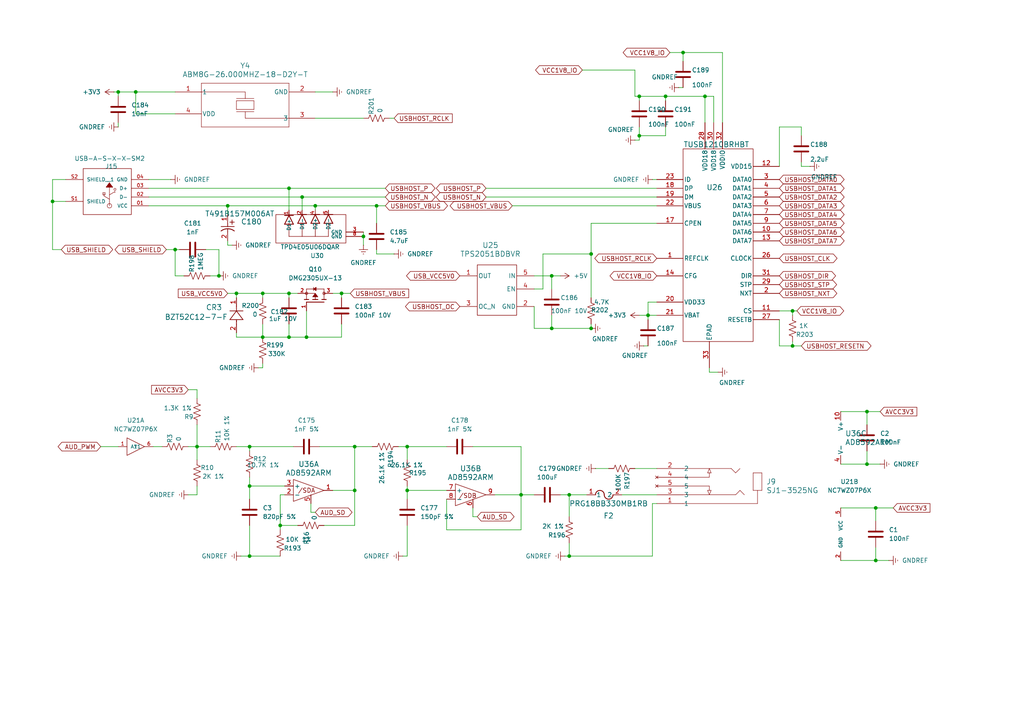
<source format=kicad_sch>
(kicad_sch (version 20231120) (generator "eeschema") (generator_version "8.0")
  (paper "A4")
  (junction (at 165.1 143.51))
  (junction (at 102.87 129.54))
  (junction (at 76.2 85.09))
  (junction (at 165.1 161.29))
  (junction (at 229.87 100.33))
  (junction (at 187.96 91.44))
  (junction (at 34.29 26.67))
  (junction (at 109.22 59.69))
  (junction (at 160.02 95.25))
  (junction (at 160.02 80.01))
  (junction (at 15.24 58.42))
  (junction (at 102.87 142.24))
  (junction (at 118.11 129.54))
  (junction (at 63.5 80.01))
  (junction (at 83.82 85.09))
  (junction (at 171.45 95.25))
  (junction (at 76.2 97.79))
  (junction (at 204.47 27.94))
  (junction (at 198.12 15.24))
  (junction (at 66.04 59.69))
  (junction (at 88.9 97.79))
  (junction (at 72.39 129.54))
  (junction (at 171.45 73.66))
  (junction (at 72.39 161.29))
  (junction (at 254 147.32))
  (junction (at 99.06 85.09))
  (junction (at 229.87 90.17))
  (junction (at 251.46 134.62))
  (junction (at 39.37 26.67))
  (junction (at 118.11 142.24))
  (junction (at 185.42 39.37))
  (junction (at 151.13 143.51))
  (junction (at 50.8 72.39))
  (junction (at 254 162.56))
  (junction (at 185.42 27.94))
  (junction (at 83.82 97.79))
  (junction (at 72.39 140.97))
  (junction (at 91.44 59.69))
  (junction (at 81.28 152.4))
  (junction (at 87.63 57.15))
  (junction (at 68.58 85.09))
  (junction (at 83.82 54.61))
  (junction (at 105.41 68.58))
  (junction (at 251.46 119.38))
  (junction (at 193.04 27.94))
  (junction (at 57.15 129.54))
  (wire (pts (xy 99.06 85.09) (xy 96.52 85.09)))
  (wire (pts (xy 165.1 157.48) (xy 165.1 161.29)))
  (wire (pts (xy 157.48 73.66) (xy 171.45 73.66)))
  (wire (pts (xy 57.15 115.57) (xy 57.15 113.03)))
  (wire (pts (xy 118.11 129.54) (xy 129.54 129.54)))
  (wire (pts (xy 113.03 34.29) (xy 114.3 34.29)))
  (wire (pts (xy 109.22 64.77) (xy 109.22 59.69)))
  (wire (pts (xy 99.06 85.09) (xy 101.6 85.09)))
  (wire (pts (xy 187.96 91.44) (xy 187.96 92.71)))
  (wire (pts (xy 160.02 95.25) (xy 171.45 95.25)))
  (wire (pts (xy 165.1 149.86) (xy 165.1 143.51)))
  (wire (pts (xy 69.85 161.29) (xy 72.39 161.29)))
  (wire (pts (xy 54.61 143.51) (xy 57.15 143.51)))
  (wire (pts (xy 143.51 143.51) (xy 151.13 143.51)))
  (wire (pts (xy 160.02 80.01) (xy 160.02 83.82)))
  (wire (pts (xy 190.5 87.63) (xy 187.96 87.63)))
  (wire (pts (xy 189.23 161.29) (xy 165.1 161.29)))
  (wire (pts (xy 57.15 129.54) (xy 57.15 133.35)))
  (wire (pts (xy 229.87 99.06) (xy 229.87 100.33)))
  (wire (pts (xy 116.84 161.29) (xy 118.11 161.29)))
  (wire (pts (xy 118.11 142.24) (xy 129.54 142.24)))
  (wire (pts (xy 72.39 138.43) (xy 72.39 140.97)))
  (wire (pts (xy 251.46 119.38) (xy 255.27 119.38)))
  (wire (pts (xy 254 147.32) (xy 254 151.13)))
  (wire (pts (xy 234.95 48.26) (xy 232.41 48.26)))
  (wire (pts (xy 15.24 52.07) (xy 15.24 58.42)))
  (wire (pts (xy 43.18 57.15) (xy 87.63 57.15)))
  (wire (pts (xy 43.18 54.61) (xy 83.82 54.61)))
  (wire (pts (xy 185.42 27.94) (xy 184.15 27.94)))
  (wire (pts (xy 226.06 100.33) (xy 229.87 100.33)))
  (wire (pts (xy 102.87 142.24) (xy 102.87 152.4)))
  (wire (pts (xy 15.24 58.42) (xy 19.05 58.42)))
  (wire (pts (xy 91.44 34.29) (xy 105.41 34.29)))
  (wire (pts (xy 15.24 58.42) (xy 15.24 72.39)))
  (wire (pts (xy 15.24 72.39) (xy 17.78 72.39)))
  (wire (pts (xy 189.23 146.05) (xy 189.23 161.29)))
  (wire (pts (xy 243.84 162.56) (xy 254 162.56)))
  (wire (pts (xy 93.98 152.4) (xy 102.87 152.4)))
  (wire (pts (xy 34.29 26.67) (xy 39.37 26.67)))
  (wire (pts (xy 118.11 133.35) (xy 118.11 129.54)))
  (wire (pts (xy 185.42 91.44) (xy 187.96 91.44)))
  (wire (pts (xy 83.82 85.09) (xy 76.2 85.09)))
  (wire (pts (xy 129.54 144.78) (xy 129.54 153.67)))
  (wire (pts (xy 154.94 80.01) (xy 160.02 80.01)))
  (wire (pts (xy 83.82 85.09) (xy 86.36 85.09)))
  (wire (pts (xy 187.96 87.63) (xy 187.96 91.44)))
  (wire (pts (xy 57.15 129.54) (xy 60.96 129.54)))
  (wire (pts (xy 91.44 26.67) (xy 96.52 26.67)))
  (wire (pts (xy 194.31 15.24) (xy 198.12 15.24)))
  (wire (pts (xy 72.39 129.54) (xy 68.58 129.54)))
  (wire (pts (xy 72.39 140.97) (xy 82.55 140.97)))
  (wire (pts (xy 33.02 26.67) (xy 34.29 26.67)))
  (wire (pts (xy 76.2 86.36) (xy 76.2 85.09)))
  (wire (pts (xy 209.55 35.56) (xy 209.55 15.24)))
  (wire (pts (xy 209.55 15.24) (xy 198.12 15.24)))
  (wire (pts (xy 39.37 26.67) (xy 50.8 26.67)))
  (wire (pts (xy 83.82 86.36) (xy 83.82 85.09)))
  (wire (pts (xy 81.28 153.67) (xy 81.28 152.4)))
  (wire (pts (xy 66.04 71.12) (xy 66.04 69.85)))
  (wire (pts (xy 226.06 48.26) (xy 226.06 36.83)))
  (wire (pts (xy 50.8 72.39) (xy 52.07 72.39)))
  (wire (pts (xy 165.1 161.29) (xy 163.83 161.29)))
  (wire (pts (xy 81.28 143.51) (xy 82.55 143.51)))
  (wire (pts (xy 180.34 143.51) (xy 190.5 143.51)))
  (wire (pts (xy 205.74 107.95) (xy 208.28 107.95)))
  (wire (pts (xy 171.45 93.98) (xy 171.45 95.25)))
  (wire (pts (xy 207.01 27.94) (xy 204.47 27.94)))
  (wire (pts (xy 76.2 85.09) (xy 68.58 85.09)))
  (wire (pts (xy 138.43 149.86) (xy 137.16 149.86)))
  (wire (pts (xy 157.48 83.82) (xy 157.48 73.66)))
  (wire (pts (xy 184.15 135.89) (xy 190.5 135.89)))
  (wire (pts (xy 185.42 36.83) (xy 185.42 39.37)))
  (wire (pts (xy 83.82 60.96) (xy 83.82 54.61)))
  (wire (pts (xy 88.9 90.17) (xy 88.9 97.79)))
  (wire (pts (xy 184.15 20.32) (xy 184.15 27.94)))
  (wire (pts (xy 151.13 153.67) (xy 151.13 143.51)))
  (wire (pts (xy 229.87 100.33) (xy 232.41 100.33)))
  (wire (pts (xy 57.15 143.51) (xy 57.15 140.97)))
  (wire (pts (xy 39.37 26.67) (xy 39.37 33.02)))
  (wire (pts (xy 129.54 153.67) (xy 151.13 153.67)))
  (wire (pts (xy 91.44 59.69) (xy 91.44 60.96)))
  (wire (pts (xy 72.39 129.54) (xy 85.09 129.54)))
  (wire (pts (xy 185.42 29.21) (xy 185.42 27.94)))
  (wire (pts (xy 57.15 113.03) (xy 54.61 113.03)))
  (wire (pts (xy 87.63 57.15) (xy 87.63 60.96)))
  (wire (pts (xy 193.04 39.37) (xy 185.42 39.37)))
  (wire (pts (xy 99.06 97.79) (xy 88.9 97.79)))
  (wire (pts (xy 81.28 152.4) (xy 81.28 143.51)))
  (wire (pts (xy 251.46 119.38) (xy 251.46 123.19)))
  (wire (pts (xy 229.87 90.17) (xy 229.87 91.44)))
  (wire (pts (xy 243.84 147.32) (xy 254 147.32)))
  (wire (pts (xy 91.44 148.59) (xy 90.17 148.59)))
  (wire (pts (xy 72.39 130.81) (xy 72.39 129.54)))
  (wire (pts (xy 68.58 96.52) (xy 68.58 97.79)))
  (wire (pts (xy 63.5 80.01) (xy 60.96 80.01)))
  (wire (pts (xy 66.04 85.09) (xy 68.58 85.09)))
  (wire (pts (xy 105.41 67.31) (xy 105.41 68.58)))
  (wire (pts (xy 251.46 130.81) (xy 251.46 134.62)))
  (wire (pts (xy 232.41 36.83) (xy 232.41 39.37)))
  (wire (pts (xy 53.34 80.01) (xy 50.8 80.01)))
  (wire (pts (xy 109.22 73.66) (xy 109.22 72.39)))
  (wire (pts (xy 198.12 25.4) (xy 196.85 25.4)))
  (wire (pts (xy 96.52 142.24) (xy 102.87 142.24)))
  (wire (pts (xy 102.87 129.54) (xy 107.95 129.54)))
  (wire (pts (xy 171.45 64.77) (xy 190.5 64.77)))
  (wire (pts (xy 168.91 20.32) (xy 184.15 20.32)))
  (wire (pts (xy 189.23 52.07) (xy 190.5 52.07)))
  (wire (pts (xy 72.39 161.29) (xy 72.39 152.4)))
  (wire (pts (xy 105.41 68.58) (xy 105.41 71.12)))
  (wire (pts (xy 193.04 36.83) (xy 193.04 39.37)))
  (wire (pts (xy 254 162.56) (xy 257.81 162.56)))
  (wire (pts (xy 162.56 143.51) (xy 165.1 143.51)))
  (wire (pts (xy 50.8 80.01) (xy 50.8 72.39)))
  (wire (pts (xy 243.84 119.38) (xy 251.46 119.38)))
  (wire (pts (xy 251.46 134.62) (xy 255.27 134.62)))
  (wire (pts (xy 83.82 54.61) (xy 111.76 54.61)))
  (wire (pts (xy 148.59 59.69) (xy 190.5 59.69)))
  (wire (pts (xy 254 147.32) (xy 259.08 147.32)))
  (wire (pts (xy 118.11 140.97) (xy 118.11 142.24)))
  (wire (pts (xy 232.41 48.26) (xy 232.41 46.99)))
  (wire (pts (xy 151.13 143.51) (xy 154.94 143.51)))
  (wire (pts (xy 226.06 90.17) (xy 229.87 90.17)))
  (wire (pts (xy 254 158.75) (xy 254 162.56)))
  (wire (pts (xy 54.61 129.54) (xy 57.15 129.54)))
  (wire (pts (xy 165.1 143.51) (xy 170.18 143.51)))
  (wire (pts (xy 99.06 93.98) (xy 99.06 97.79)))
  (wire (pts (xy 154.94 83.82) (xy 157.48 83.82)))
  (wire (pts (xy 57.15 123.19) (xy 57.15 129.54)))
  (wire (pts (xy 34.29 26.67) (xy 34.29 27.94)))
  (wire (pts (xy 43.18 52.07) (xy 49.53 52.07)))
  (wire (pts (xy 204.47 27.94) (xy 193.04 27.94)))
  (wire (pts (xy 160.02 80.01) (xy 162.56 80.01)))
  (wire (pts (xy 205.74 106.68) (xy 205.74 107.95)))
  (wire (pts (xy 87.63 57.15) (xy 111.76 57.15)))
  (wire (pts (xy 118.11 142.24) (xy 118.11 144.78)))
  (wire (pts (xy 226.06 36.83) (xy 232.41 36.83)))
  (wire (pts (xy 151.13 129.54) (xy 151.13 143.51)))
  (wire (pts (xy 88.9 97.79) (xy 83.82 97.79)))
  (wire (pts (xy 109.22 59.69) (xy 111.76 59.69)))
  (wire (pts (xy 43.18 59.69) (xy 66.04 59.69)))
  (wire (pts (xy 92.71 129.54) (xy 102.87 129.54)))
  (wire (pts (xy 184.15 40.64) (xy 185.42 40.64)))
  (wire (pts (xy 154.94 95.25) (xy 160.02 95.25)))
  (wire (pts (xy 137.16 129.54) (xy 151.13 129.54)))
  (wire (pts (xy 207.01 35.56) (xy 207.01 27.94)))
  (wire (pts (xy 76.2 93.98) (xy 76.2 97.79)))
  (wire (pts (xy 74.93 106.68) (xy 76.2 106.68)))
  (wire (pts (xy 72.39 161.29) (xy 81.28 161.29)))
  (wire (pts (xy 137.16 149.86) (xy 137.16 147.32)))
  (wire (pts (xy 68.58 85.09) (xy 68.58 86.36)))
  (wire (pts (xy 66.04 59.69) (xy 66.04 62.23)))
  (wire (pts (xy 109.22 73.66) (xy 114.3 73.66)))
  (wire (pts (xy 72.39 140.97) (xy 72.39 144.78)))
  (wire (pts (xy 81.28 152.4) (xy 86.36 152.4)))
  (wire (pts (xy 76.2 106.68) (xy 76.2 105.41)))
  (wire (pts (xy 243.84 134.62) (xy 251.46 134.62)))
  (wire (pts (xy 83.82 97.79) (xy 76.2 97.79)))
  (wire (pts (xy 67.31 71.12) (xy 66.04 71.12)))
  (wire (pts (xy 66.04 59.69) (xy 91.44 59.69)))
  (wire (pts (xy 118.11 129.54) (xy 115.57 129.54)))
  (wire (pts (xy 229.87 90.17) (xy 231.14 90.17)))
  (wire (pts (xy 171.45 73.66) (xy 171.45 86.36)))
  (wire (pts (xy 172.72 135.89) (xy 176.53 135.89)))
  (wire (pts (xy 63.5 72.39) (xy 63.5 80.01)))
  (wire (pts (xy 204.47 35.56) (xy 204.47 27.94)))
  (wire (pts (xy 193.04 29.21) (xy 193.04 27.94)))
  (wire (pts (xy 187.96 91.44) (xy 190.5 91.44)))
  (wire (pts (xy 29.21 129.54) (xy 34.29 129.54)))
  (wire (pts (xy 193.04 27.94) (xy 185.42 27.94)))
  (wire (pts (xy 190.5 146.05) (xy 189.23 146.05)))
  (wire (pts (xy 118.11 161.29) (xy 118.11 152.4)))
  (wire (pts (xy 34.29 35.56) (xy 34.29 36.83)))
  (wire (pts (xy 83.82 93.98) (xy 83.82 97.79)))
  (wire (pts (xy 44.45 129.54) (xy 46.99 129.54)))
  (wire (pts (xy 102.87 129.54) (xy 102.87 142.24)))
  (wire (pts (xy 15.24 52.07) (xy 19.05 52.07)))
  (wire (pts (xy 91.44 59.69) (xy 109.22 59.69)))
  (wire (pts (xy 186.69 100.33) (xy 187.96 100.33)))
  (wire (pts (xy 48.26 72.39) (xy 50.8 72.39)))
  (wire (pts (xy 68.58 97.79) (xy 76.2 97.79)))
  (wire (pts (xy 154.94 88.9) (xy 154.94 95.25)))
  (wire (pts (xy 140.97 57.15) (xy 190.5 57.15)))
  (wire (pts (xy 226.06 92.71) (xy 226.06 100.33)))
  (wire (pts (xy 90.17 148.59) (xy 90.17 146.05)))
  (wire (pts (xy 39.37 33.02) (xy 50.8 33.02)))
  (wire (pts (xy 99.06 86.36) (xy 99.06 85.09)))
  (wire (pts (xy 140.97 54.61) (xy 190.5 54.61)))
  (wire (pts (xy 171.45 64.77) (xy 171.45 73.66)))
  (wire (pts (xy 185.42 40.64) (xy 185.42 39.37)))
  (wire (pts (xy 59.69 72.39) (xy 63.5 72.39)))
  (wire (pts (xy 160.02 95.25) (xy 160.02 91.44)))
  (wire (pts (xy 198.12 15.24) (xy 198.12 17.78)))
  (global_label "USB_SHIELD" (shape bidirectional) (at 48.26 72.39 180) (property "Intersheetrefs" "${INTERSHEET_REFS}" (effects (hide yes))))
  (global_label "USB_SHIELD" (shape bidirectional) (at 17.78 72.39 0) (property "Intersheetrefs" "${INTERSHEET_REFS}" (effects (hide yes))))
  (global_label "VCC1V8_IO" (shape bidirectional) (at 231.14 90.17 0) (property "Intersheetrefs" "${INTERSHEET_REFS}" (effects (hide yes))))
  (global_label "USBHOST_RCLK" (shape bidirectional) (at 190.5 74.93 180) (property "Intersheetrefs" "${INTERSHEET_REFS}" (effects (hide yes))))
  (global_label "USBHOST_DATA4" (shape bidirectional) (at 226.06 62.23 0) (property "Intersheetrefs" "${INTERSHEET_REFS}" (effects (hide yes))))
  (global_label "USBHOST_DATA5" (shape bidirectional) (at 226.06 64.77 0) (property "Intersheetrefs" "${INTERSHEET_REFS}" (effects (hide yes))))
  (global_label "USBHOST_DIR" (shape bidirectional) (at 226.06 80.01 0) (property "Intersheetrefs" "${INTERSHEET_REFS}" (effects (hide yes))))
  (global_label "AUD_SD" (shape bidirectional) (at 138.43 149.86 0) (property "Intersheetrefs" "${INTERSHEET_REFS}" (effects (hide yes))))
  (global_label "USBHOST_VBUS" (shape bidirectional) (at 148.59 59.69 180) (property "Intersheetrefs" "${INTERSHEET_REFS}" (effects (hide yes))))
  (global_label "USBHOST_CLK" (shape bidirectional) (at 226.06 74.93 0) (property "Intersheetrefs" "${INTERSHEET_REFS}" (effects (hide yes))))
  (global_label "USBHOST_OC" (shape bidirectional) (at 133.35 88.9 180) (property "Intersheetrefs" "${INTERSHEET_REFS}" (effects (hide yes))))
  (global_label "USBHOST_NXT" (shape bidirectional) (at 226.06 85.09 0) (property "Intersheetrefs" "${INTERSHEET_REFS}" (effects (hide yes))))
  (global_label "USBHOST_VBUS" (shape input) (at 101.6 85.09 0) (property "Intersheetrefs" "${INTERSHEET_REFS}" (effects (hide yes))))
  (global_label "AVCC3V3" (shape input) (at 259.08 147.32 0) (property "Intersheetrefs" "${INTERSHEET_REFS}" (effects (hide yes))))
  (global_label "USB_VCC5V0" (shape bidirectional) (at 133.35 80.01 180) (property "Intersheetrefs" "${INTERSHEET_REFS}" (effects (hide yes))))
  (global_label "USBHOST_P" (shape bidirectional) (at 111.76 54.61 0) (property "Intersheetrefs" "${INTERSHEET_REFS}" (effects (hide yes))))
  (global_label "AUD_PWM" (shape bidirectional) (at 29.21 129.54 180) (property "Intersheetrefs" "${INTERSHEET_REFS}" (effects (hide yes))))
  (global_label "VCC1V8_IO" (shape bidirectional) (at 190.5 80.01 180) (property "Intersheetrefs" "${INTERSHEET_REFS}" (effects (hide yes))))
  (global_label "VCC1V8_IO" (shape bidirectional) (at 194.31 15.24 180) (property "Intersheetrefs" "${INTERSHEET_REFS}" (effects (hide yes))))
  (global_label "USBHOST_RESETN" (shape bidirectional) (at 232.41 100.33 0) (property "Intersheetrefs" "${INTERSHEET_REFS}" (effects (hide yes))))
  (global_label "AUD_SD" (shape bidirectional) (at 91.44 148.59 0) (property "Intersheetrefs" "${INTERSHEET_REFS}" (effects (hide yes))))
  (global_label "USBHOST_DATA2" (shape bidirectional) (at 226.06 57.15 0) (property "Intersheetrefs" "${INTERSHEET_REFS}" (effects (hide yes))))
  (global_label "USBHOST_DATA3" (shape bidirectional) (at 226.06 59.69 0) (property "Intersheetrefs" "${INTERSHEET_REFS}" (effects (hide yes))))
  (global_label "VCC1V8_IO" (shape bidirectional) (at 168.91 20.32 180) (property "Intersheetrefs" "${INTERSHEET_REFS}" (effects (hide yes))))
  (global_label "USBHOST_P" (shape bidirectional) (at 140.97 54.61 180) (property "Intersheetrefs" "${INTERSHEET_REFS}" (effects (hide yes))))
  (global_label "USBHOST_VBUS" (shape bidirectional) (at 111.76 59.69 0) (property "Intersheetrefs" "${INTERSHEET_REFS}" (effects (hide yes))))
  (global_label "USBHOST_N" (shape bidirectional) (at 140.97 57.15 180) (property "Intersheetrefs" "${INTERSHEET_REFS}" (effects (hide yes))))
  (global_label "USBHOST_DATA6" (shape bidirectional) (at 226.06 67.31 0) (property "Intersheetrefs" "${INTERSHEET_REFS}" (effects (hide yes))))
  (global_label "USBHOST_RCLK" (shape input) (at 114.3 34.29 0) (property "Intersheetrefs" "${INTERSHEET_REFS}" (effects (hide yes))))
  (global_label "USBHOST_STP" (shape bidirectional) (at 226.06 82.55 0) (property "Intersheetrefs" "${INTERSHEET_REFS}" (effects (hide yes))))
  (global_label "USBHOST_DATA0" (shape bidirectional) (at 226.06 52.07 0) (property "Intersheetrefs" "${INTERSHEET_REFS}" (effects (hide yes))))
  (global_label "AVCC3V3" (shape input) (at 54.61 113.03 180) (property "Intersheetrefs" "${INTERSHEET_REFS}" (effects (hide yes))))
  (global_label "USBHOST_DATA7" (shape bidirectional) (at 226.06 69.85 0) (property "Intersheetrefs" "${INTERSHEET_REFS}" (effects (hide yes))))
  (global_label "USBHOST_DATA1" (shape bidirectional) (at 226.06 54.61 0) (property "Intersheetrefs" "${INTERSHEET_REFS}" (effects (hide yes))))
  (global_label "USB_VCC5V0" (shape input) (at 66.04 85.09 180) (property "Intersheetrefs" "${INTERSHEET_REFS}" (effects (hide yes))))
  (global_label "AVCC3V3" (shape input) (at 255.27 119.38 0) (property "Intersheetrefs" "${INTERSHEET_REFS}" (effects (hide yes))))
  (global_label "USBHOST_N" (shape bidirectional) (at 111.76 57.15 0) (property "Intersheetrefs" "${INTERSHEET_REFS}" (effects (hide yes))))
  (symbol (lib_id "power:GNDREF") (at 171.45 95.25 90) (unit 1)
    (property "Reference" "#PWR0255" (effects (hide yes)))
    (property "Value" "GNDREF" (at 171.704 98.298 90) (effects (justify right)))
    (property "Description" "Power symbol creates a global label with name \"GNDREF\" , reference supply ground" (effects (hide yes)))
  )
  (symbol (lib_id "power:GNDREF") (at 96.52 26.67 90) (unit 1)
    (property "Reference" "#PWR0250" (effects (hide yes)))
    (property "Value" "GNDREF" (at 100.33 26.6699 90) (effects (justify right)))
    (property "Description" "Power symbol creates a global label with name \"GNDREF\" , reference supply ground" (effects (hide yes)))
  )
  (symbol (lib_id "T491B157M006AT:T491B157M006AT") (at 66.04 62.23 270) (unit 1)
    (property "Reference" "C180" (at 69.85 64.2873 90) (effects (font (size 1.524 1.524)) (justify left)))
    (property "Value" "T491B157M006AT" (at 59.436 61.976 90) (effects (font (size 1.524 1.524)) (justify left)))
    (property "Footprint" "footprints:CAPMP3.7X2.8_2.1N_KEM" (effects (hide yes)))
    (property "Datasheet" "T491B157M006AT" (effects (hide yes)))
  )
  (symbol (lib_id "Device:C") (at 133.35 129.54 90) (unit 1)
    (property "Reference" "C178" (at 133.35 121.92 90))
    (property "Value" "1nF 5%" (at 133.35 124.46 90))
    (property "Footprint" "footprints:C_0402" (effects (hide yes)))
    (property "Description" "Unpolarized capacitor" (effects (hide yes)))
    (property "LCSC PN" "c76947" (effects (hide yes)))
  )
  (symbol (lib_id "power:GNDREF") (at 69.85 161.29 270) (unit 1)
    (property "Reference" "#PWR0241" (effects (hide yes)))
    (property "Value" "GNDREF" (at 66.04 161.2899 90) (effects (justify right)))
    (property "Description" "Power symbol creates a global label with name \"GNDREF\" , reference supply ground" (effects (hide yes)))
  )
  (symbol (lib_id "Device:R_US") (at 165.1 153.67 180) (unit 1)
    (property "Reference" "R196" (at 164.084 155.194 0) (effects (justify left)))
    (property "Value" "2K 1%" (at 163.576 152.654 0) (effects (justify left)))
    (property "Footprint" "footprints:R_0402" (effects (hide yes)))
    (property "Description" "Resistor, US symbol" (effects (hide yes)))
    (property "LCSC PN" "C60488" (effects (hide yes)))
  )
  (symbol (lib_id "Device:C") (at 232.41 43.18 180) (unit 1)
    (property "Reference" "C188" (at 234.95 41.91 0) (effects (justify right)))
    (property "Value" "2.2uF" (at 234.95 46.228 0) (effects (justify right)))
    (property "Footprint" "footprints:C_0402" (effects (hide yes)))
    (property "Description" "Unpolarized capacitor" (effects (hide yes)))
    (property "LCSC PN" "c170151" (effects (hide yes)))
  )
  (symbol (lib_id "power:+5V") (at 162.56 80.01 270) (unit 1)
    (property "Reference" "#PWR0254" (effects (hide yes)))
    (property "Value" "+5V" (at 166.37 80.0099 90) (effects (justify left)))
    (property "Description" "Power symbol creates a global label with name \"+5V\"" (effects (hide yes)))
  )
  (symbol (lib_id "Device:C") (at 83.82 90.17 0) (mirror x) (unit 1)
    (property "Reference" "C182" (at 83.566 90.424 0) (effects (justify right)))
    (property "Value" "1uF 10V" (at 86.106 92.456 0) (effects (justify right)))
    (property "Footprint" "footprints:C_0402" (effects (hide yes)))
    (property "Description" "Unpolarized capacitor" (effects (hide yes)))
    (property "LCSC PN" "C52923" (effects (hide yes)))
  )
  (symbol (lib_id "Device:C") (at 72.39 148.59 0) (unit 1)
    (property "Reference" "C3" (at 76.2 147.3199 0) (effects (justify left)))
    (property "Value" "820pF 5%" (at 76.2 149.8599 0) (effects (justify left)))
    (property "Footprint" "footprints:C_0402" (effects (hide yes)))
    (property "Description" "Unpolarized capacitor" (effects (hide yes)))
    (property "LCSC PN" "c307452" (effects (hide yes)))
  )
  (symbol (lib_id "power:GNDREF") (at 172.72 135.89 270) (unit 1)
    (property "Reference" "#PWR0244" (effects (hide yes)))
    (property "Value" "GNDREF" (at 168.91 135.8899 90) (effects (justify right)))
    (property "Description" "Power symbol creates a global label with name \"GNDREF\" , reference supply ground" (effects (hide yes)))
  )
  (symbol (lib_id "Device:R_US") (at 57.15 137.16 0) (unit 1)
    (property "Reference" "R10" (at 58.166 135.636 0) (effects (justify left)))
    (property "Value" "2K 1%" (at 58.674 138.176 0) (effects (justify left)))
    (property "Footprint" "footprints:R_0402" (effects (hide yes)))
    (property "Description" "Resistor, US symbol" (effects (hide yes)))
    (property "LCSC PN" "C60488" (effects (hide yes)))
  )
  (symbol (lib_id "TUSB1210BRHBT:TUSB1210BRHBT") (at 163.83 35.56 0) (unit 1)
    (property "Reference" "U26" (at 207.264 54.356 0) (effects (font (size 1.524 1.524))))
    (property "Value" "TUSB1210BRHBT" (at 207.772 41.91 0) (effects (font (size 1.524 1.524))))
    (property "Footprint" "footprints:RHB32_3P45X3P45" (effects (hide yes)))
    (property "Datasheet" "TUSB1210BRHBT" (effects (hide yes)))
    (property "LCSC PN" "C2671015" (effects (hide yes)))
  )
  (symbol (lib_id "power:GNDREF") (at 116.84 161.29 270) (unit 1)
    (property "Reference" "#PWR0242" (effects (hide yes)))
    (property "Value" "GNDREF" (at 113.03 161.2899 90) (effects (justify right)))
    (property "Description" "Power symbol creates a global label with name \"GNDREF\" , reference supply ground" (effects (hide yes)))
  )
  (symbol (lib_id "Device:R_US") (at 180.34 135.89 270) (unit 1)
    (property "Reference" "R197" (at 181.864 136.906 0) (effects (justify left)))
    (property "Value" "100K" (at 179.324 137.414 0) (effects (justify left)))
    (property "Footprint" "footprints:R_0402" (effects (hide yes)))
    (property "Description" "Resistor, US symbol" (effects (hide yes)))
    (property "LCSC PN" "C60491" (effects (hide yes)))
  )
  (symbol (lib_id "power:GNDREF") (at 105.41 71.12 0) (unit 1)
    (property "Reference" "#PWR0276" (effects (hide yes)))
    (property "Value" "GNDREF" (at 105.41 76.2 0))
    (property "Description" "Power symbol creates a global label with name \"GNDREF\" , reference supply ground" (effects (hide yes)))
  )
  (symbol (lib_id "Device:C") (at 254 154.94 0) (unit 1)
    (property "Reference" "C1" (at 257.81 153.6699 0) (effects (justify left)))
    (property "Value" "100nF" (at 257.81 156.2099 0) (effects (justify left)))
    (property "Footprint" "footprints:C_0201_0603Metric" (effects (hide yes)))
    (property "Description" "Unpolarized capacitor" (effects (hide yes)))
    (property "LCSC PN" "c307380" (effects (hide yes)))
  )
  (symbol (lib_id "power:GNDREF") (at 208.28 107.95 90) (unit 1)
    (property "Reference" "#PWR0258" (effects (hide yes)))
    (property "Value" "GNDREF" (at 208.534 110.998 90) (effects (justify right)))
    (property "Description" "Power symbol creates a global label with name \"GNDREF\" , reference supply ground" (effects (hide yes)))
  )
  (symbol (lib_id "ABM8G_26_000MHZ_18_D2Y_T:ABM8G-26.000MHZ-18-D2Y-T") (at 50.8 26.67 0) (unit 1)
    (property "Reference" "Y4" (at 71.12 19.05 0) (effects (font (size 1.524 1.524))))
    (property "Value" "ABM8G-26.000MHZ-18-D2Y-T" (at 71.12 21.59 0) (effects (font (size 1.524 1.524))))
    (property "Footprint" "footprints:CRYSTAL_ABM8G_ABR" (effects (hide yes)))
    (property "Datasheet" "ABM8G-26.000MHZ-18-D2Y-T" (effects (hide yes)))
    (property "LCSC PN" "C1985426" (effects (hide yes)))
  )
  (symbol (lib_id "SJ1-3525NG:SJ1-3525NG") (at 190.5 146.05 180) (unit 1)
    (property "Reference" "J9" (at 222.25 139.6999 0) (effects (font (size 1.524 1.524)) (justify right)))
    (property "Value" "SJ1-3525NG" (at 222.25 142.2399 0) (effects (font (size 1.524 1.524)) (justify right)))
    (property "Footprint" "footprints:CUI_SJ1-3525NG" (effects (hide yes)))
    (property "Datasheet" "SJ1-3525NG" (effects (hide yes)))
  )
  (symbol (lib_id "Device:R_US") (at 50.8 129.54 90) (unit 1)
    (property "Reference" "R3" (at 49.276 128.524 0) (effects (justify left)))
    (property "Value" "0" (at 51.816 128.016 0) (effects (justify left)))
    (property "Footprint" "footprints:R_0402" (effects (hide yes)))
    (property "Description" "Resistor, US symbol" (effects (hide yes)))
    (property "LCSC PN" "C106231" (effects (hide yes)))
  )
  (symbol (lib_id "power:GNDREF") (at 34.29 36.83 270) (unit 1)
    (property "Reference" "#PWR0249" (effects (hide yes)))
    (property "Value" "GNDREF" (at 30.48 36.8299 90) (effects (justify right)))
    (property "Description" "Power symbol creates a global label with name \"GNDREF\" , reference supply ground" (effects (hide yes)))
  )
  (symbol (lib_name "NC7WZ07P6X_modified_2") (lib_id "NC7WZ07P6X:NC7WZ07P6X_modified") (at 41.91 129.54 0) (unit 1)
    (property "Reference" "U21" (at 39.37 121.92 0))
    (property "Value" "NC7WZ07P6X" (at 39.37 124.46 0))
    (property "Footprint" "footprints:NC7WZ07P6X" (effects (hide yes)))
    (property "SUPPLIER" "FAIRCHILD SEMICONDUCTOR" (effects (hide yes)))
    (property "OC_FARNELL" "1470998" (effects (hide yes)))
    (property "OC_NEWARK" "58K9469" (effects (hide yes)))
    (property "MPN" "NC7WZ07P6X" (effects (hide yes)))
    (property "PACKAGE" "SC-70-6" (effects (hide yes)))
    (property "LCSC PN" "C95342" (effects (hide yes)))
  )
  (symbol (lib_id "power:GNDREF") (at 67.31 71.12 90) (unit 1)
    (property "Reference" "#PWR0247" (effects (hide yes)))
    (property "Value" "GNDREF" (at 71.12 71.1199 90) (effects (justify right)))
    (property "Description" "Power symbol creates a global label with name \"GNDREF\" , reference supply ground" (effects (hide yes)))
  )
  (symbol (lib_id "Device:C") (at 109.22 68.58 180) (unit 1)
    (property "Reference" "C185" (at 113.03 67.3099 0) (effects (justify right)))
    (property "Value" "4.7uF" (at 113.03 69.8499 0) (effects (justify right)))
    (property "Footprint" "footprints:C_0402" (effects (hide yes)))
    (property "Description" "Unpolarized capacitor" (effects (hide yes)))
    (property "LCSC PN" "C2858031" (effects (hide yes)))
  )
  (symbol (lib_id "Device:C") (at 198.12 21.59 180) (unit 1)
    (property "Reference" "C189" (at 200.66 20.32 0) (effects (justify right)))
    (property "Value" "100nF" (at 200.66 24.638 0) (effects (justify right)))
    (property "Footprint" "footprints:C_0201_0603Metric" (effects (hide yes)))
    (property "Description" "Unpolarized capacitor" (effects (hide yes)))
    (property "LCSC PN" "c307380" (effects (hide yes)))
  )
  (symbol (lib_id "Device:C") (at 99.06 90.17 180) (unit 1)
    (property "Reference" "C183" (at 102.87 88.8999 0) (effects (justify right)))
    (property "Value" "100nF 10V" (at 102.87 91.4399 0) (effects (justify right)))
    (property "Footprint" "footprints:C_0402" (effects (hide yes)))
    (property "Description" "Unpolarized capacitor" (effects (hide yes)))
    (property "LCSC PN" "C77020" (effects (hide yes)))
  )
  (symbol (lib_id "DMG2305UX-13:DMG2305UX-13") (at 91.44 90.805 270) (unit 1)
    (property "Reference" "Q10" (at 91.44 78.105 90))
    (property "Value" "DMG2305UX-13" (at 91.44 80.645 90))
    (property "Footprint" "footprints:DMG2305UX_13" (effects (hide yes)))
    (property "PARTREV" "09/2018" (effects (hide yes)))
    (property "MANUFACTURER" "Diodes Inc." (effects (hide yes)))
    (property "MAXIMUM_PACKAGE_HEIGHT" "1.1mm" (effects (hide yes)))
    (property "STANDARD" "IPC-7351B" (effects (hide yes)))
    (property "LCSC PN" "C144153" (effects (hide yes)))
  )
  (symbol (lib_id "Device:C") (at 187.96 96.52 180) (unit 1)
    (property "Reference" "C187" (at 190.5 95.25 0) (effects (justify right)))
    (property "Value" "100nF" (at 190.5 99.568 0) (effects (justify right)))
    (property "Footprint" "footprints:C_0201_0603Metric" (effects (hide yes)))
    (property "Description" "Unpolarized capacitor" (effects (hide yes)))
    (property "LCSC PN" "c307380" (effects (hide yes)))
  )
  (symbol (lib_id "Device:R_US") (at 118.11 137.16 180) (unit 1)
    (property "Reference" "R195" (at 123.698 137.16 0) (effects (justify left)))
    (property "Value" "26.1K 1%" (at 122.682 134.874 0) (effects (justify left)))
    (property "Footprint" "footprints:R_0402" (effects (hide yes)))
    (property "Description" "Resistor, US symbol" (effects (hide yes)))
    (property "LCSC PN" "C155697" (effects (hide yes)))
  )
  (symbol (lib_id "Device:C") (at 118.11 148.59 0) (unit 1)
    (property "Reference" "C177" (at 121.92 147.3199 0) (effects (justify left)))
    (property "Value" "150pF 5%" (at 121.92 149.8599 0) (effects (justify left)))
    (property "Footprint" "footprints:C_0402" (effects (hide yes)))
    (property "Description" "Unpolarized capacitor" (effects (hide yes)))
    (property "LCSC PN" "c76951" (effects (hide yes)))
  )
  (symbol (lib_id "power:GNDREF") (at 234.95 48.26 90) (unit 1)
    (property "Reference" "#PWR0259" (effects (hide yes)))
    (property "Value" "GNDREF" (at 235.204 51.308 90) (effects (justify right)))
    (property "Description" "Power symbol creates a global label with name \"GNDREF\" , reference supply ground" (effects (hide yes)))
  )
  (symbol (lib_id "BZT52C12_7_F:BZT52C12-7-F") (at 68.58 96.52 90) (unit 1)
    (property "Reference" "CR3" (at 59.69 89.154 90) (effects (font (size 1.524 1.524)) (justify right)))
    (property "Value" "BZT52C12-7-F" (at 47.752 91.948 90) (effects (font (size 1.524 1.524)) (justify right)))
    (property "Footprint" "footprints:SOD123_DIO" (effects (hide yes)))
    (property "Datasheet" "BZT52C12-7-F" (effects (hide yes)))
    (property "LCSC PN" "C19077410" (effects (hide yes)))
  )
  (symbol (lib_id "Device:C") (at 251.46 127 0) (unit 1)
    (property "Reference" "C2" (at 255.27 125.7299 0) (effects (justify left)))
    (property "Value" "100nF" (at 255.27 128.2699 0) (effects (justify left)))
    (property "Footprint" "footprints:C_0201_0603Metric" (effects (hide yes)))
    (property "Description" "Unpolarized capacitor" (effects (hide yes)))
    (property "LCSC PN" "c307380" (effects (hide yes)))
  )
  (symbol (lib_id "Device:R_US") (at 81.28 157.48 0) (mirror x) (unit 1)
    (property "Reference" "R193" (at 82.296 159.004 0) (effects (justify left)))
    (property "Value" "10K 1%" (at 82.804 156.464 0) (effects (justify left)))
    (property "Footprint" "footprints:R_0402" (effects (hide yes)))
    (property "Description" "Resistor, US symbol" (effects (hide yes)))
    (property "LCSC PN" "C60490" (effects (hide yes)))
  )
  (symbol (lib_id "Device:R_US") (at 76.2 101.6 0) (unit 1)
    (property "Reference" "R199" (at 77.216 100.076 0) (effects (justify left)))
    (property "Value" "330K" (at 77.724 102.616 0) (effects (justify left)))
    (property "Footprint" "footprints:R_0402" (effects (hide yes)))
    (property "Description" "Resistor, US symbol" (effects (hide yes)))
    (property "LCSC PN" "c138006" (effects (hide yes)))
  )
  (symbol (lib_id "power:GNDREF") (at 196.85 25.4 270) (unit 1)
    (property "Reference" "#PWR0260" (effects (hide yes)))
    (property "Value" "GNDREF" (at 196.596 22.352 90) (effects (justify right)))
    (property "Description" "Power symbol creates a global label with name \"GNDREF\" , reference supply ground" (effects (hide yes)))
  )
  (symbol (lib_id "Device:R_US") (at 76.2 90.17 0) (mirror y) (unit 1)
    (property "Reference" "R200" (at 75.184 88.646 0) (effects (justify left)))
    (property "Value" "0" (at 74.676 91.186 0) (effects (justify left)))
    (property "Footprint" "footprints:R_0402" (effects (hide yes)))
    (property "Description" "Resistor, US symbol" (effects (hide yes)))
    (property "LCSC PN" "C106231" (effects (hide yes)))
  )
  (symbol (lib_name "TPD4E05U06DQAR_2") (lib_id "TPD4E05U06DQAR:TPD4E05U06DQAR") (at 95.25 60.96 0) (unit 1)
    (property "Reference" "U30" (at 93.98 74.168 0) (effects (justify right)))
    (property "Value" "TPD4E05U06DQAR" (at 98.552 71.628 0) (effects (justify right)))
    (property "Footprint" "footprints:IC_TPD4E05U06DQAR" (effects (hide yes)))
    (property "PARTREV" "N" (effects (hide yes)))
    (property "SNAPEDA_PN" "TPD4E05U06DQAR" (effects (hide yes)))
    (property "MANUFACTURER" "Texas Instruments" (effects (hide yes)))
    (property "MAXIMUM_PACKAGE_HEIGHT" "0.55 mm" (effects (hide yes)))
    (property "STANDARD" "Manufacturer Recommendations" (effects (hide yes)))
    (property "LCSC PN" "C138714" (effects (hide yes)))
  )
  (symbol (lib_name "NC7WZ07P6X_modified_1") (lib_id "NC7WZ07P6X:NC7WZ07P6X_modified") (at 248.92 147.32 0) (unit 2)
    (property "Reference" "U21" (at 246.38 139.7 0))
    (property "Value" "NC7WZ07P6X" (at 246.38 142.24 0))
    (property "Footprint" "footprints:NC7WZ07P6X" (effects (hide yes)))
    (property "SUPPLIER" "FAIRCHILD SEMICONDUCTOR" (effects (hide yes)))
    (property "OC_FARNELL" "1470998" (effects (hide yes)))
    (property "OC_NEWARK" "58K9469" (effects (hide yes)))
    (property "MPN" "NC7WZ07P6X" (effects (hide yes)))
    (property "PACKAGE" "SC-70-6" (effects (hide yes)))
    (property "LCSC PN" "C95342" (effects (hide yes)))
  )
  (symbol (lib_id "USB-A-S-X-X-SM2:USB-A-S-X-X-SM2") (at 29.21 54.61 0) (unit 1)
    (property "Reference" "J15" (at 30.48 48.26 0) (effects (justify left)))
    (property "Value" "USB-A-S-X-X-SM2" (at 21.59 45.974 0) (effects (justify left)))
    (property "Footprint" "footprints:SAMTEC_USB-A-S-X-X-SM2" (effects (hide yes)))
    (property "PARTREV" "T" (effects (hide yes)))
    (property "STANDARD" "Manufacturer Recommendations" (effects (hide yes)))
    (property "MAXIMUM_PACKAGE_HEIGHT" "7.8 mm" (effects (hide yes)))
    (property "MANUFACTURER" "Samtec" (effects (hide yes)))
    (property "LCSC PN" "C6906824" (effects (hide yes)))
  )
  (symbol (lib_id "power:GNDREF") (at 257.81 162.56 90) (unit 1)
    (property "Reference" "#PWR0239" (effects (hide yes)))
    (property "Value" "GNDREF" (at 261.62 162.5599 90) (effects (justify right)))
    (property "Description" "Power symbol creates a global label with name \"GNDREF\" , reference supply ground" (effects (hide yes)))
  )
  (symbol (lib_id "PRG18BB330MB1RB:PRG18BB330MB1RB") (at 170.18 143.51 0) (unit 1)
    (property "Reference" "F2" (at 176.53 149.606 0) (effects (font (size 1.524 1.524))))
    (property "Value" "PRG18BB330MB1RB" (at 176.53 146.05 0) (effects (font (size 1.524 1.524))))
    (property "Footprint" "footprints:FUSE_PRG-18_MUR" (effects (hide yes)))
    (property "Datasheet" "PRG18BB330MB1RB" (effects (hide yes)))
    (property "LCSC PN" "C133974" (effects (hide yes)))
  )
  (symbol (lib_id "power:GNDREF") (at 114.3 73.66 90) (unit 1)
    (property "Reference" "#PWR0251" (effects (hide yes)))
    (property "Value" "GNDREF" (at 118.11 73.6599 90) (effects (justify right)))
    (property "Description" "Power symbol creates a global label with name \"GNDREF\" , reference supply ground" (effects (hide yes)))
  )
  (symbol (lib_id "Device:C") (at 55.88 72.39 90) (unit 1)
    (property "Reference" "C181" (at 55.88 64.77 90))
    (property "Value" "1nF" (at 55.88 67.31 90))
    (property "Footprint" "footprints:C_0402" (effects (hide yes)))
    (property "Description" "Unpolarized capacitor" (effects (hide yes)))
    (property "LCSC PN" "C77018" (effects (hide yes)))
  )
  (symbol (lib_id "power:GNDREF") (at 186.69 100.33 270) (unit 1)
    (property "Reference" "#PWR0257" (effects (hide yes)))
    (property "Value" "GNDREF" (at 187.96 103.124 90) (effects (justify right)))
    (property "Description" "Power symbol creates a global label with name \"GNDREF\" , reference supply ground" (effects (hide yes)))
  )
  (symbol (lib_id "power:GNDREF") (at 184.15 40.64 270) (unit 1)
    (property "Reference" "#PWR0262" (effects (hide yes)))
    (property "Value" "GNDREF" (at 183.896 37.592 90) (effects (justify right)))
    (property "Description" "Power symbol creates a global label with name \"GNDREF\" , reference supply ground" (effects (hide yes)))
  )
  (symbol (lib_id "Device:C") (at 185.42 33.02 180) (unit 1)
    (property "Reference" "C190" (at 187.96 31.75 0) (effects (justify right)))
    (property "Value" "100nF" (at 187.96 36.068 0) (effects (justify right)))
    (property "Footprint" "footprints:C_0201_0603Metric" (effects (hide yes)))
    (property "Description" "Unpolarized capacitor" (effects (hide yes)))
    (property "LCSC PN" "c307380" (effects (hide yes)))
  )
  (symbol (lib_id "Device:C") (at 158.75 143.51 90) (unit 1)
    (property "Reference" "C179" (at 158.75 135.89 90))
    (property "Value" "100uF" (at 158.75 138.43 90))
    (property "Footprint" "footprints:C_0805" (effects (hide yes)))
    (property "Description" "Unpolarized capacitor" (effects (hide yes)))
    (property "LCSC PN" "c141660" (effects (hide yes)))
  )
  (symbol (lib_id "Device:R_US") (at 111.76 129.54 270) (unit 1)
    (property "Reference" "R194" (at 113.284 130.556 0) (effects (justify left)))
    (property "Value" "26.1K 1%" (at 110.744 131.064 0) (effects (justify left)))
    (property "Footprint" "footprints:R_0402" (effects (hide yes)))
    (property "Description" "Resistor, US symbol" (effects (hide yes)))
    (property "LCSC PN" "C155697" (effects (hide yes)))
  )
  (symbol (lib_id "AD8592ARM:AD8592ARM") (at 93.98 142.24 0) (unit 1)
    (property "Reference" "U36" (at 89.535 134.62 0) (effects (font (size 1.524 1.524))))
    (property "Value" "AD8592ARM" (at 89.535 137.16 0) (effects (font (size 1.524 1.524))))
    (property "Footprint" "footprints:RM_10_ADI" (effects (hide yes)))
    (property "Datasheet" "AD8592ARM" (effects (hide yes)))
  )
  (symbol (lib_id "power:GNDREF") (at 74.93 106.68 270) (unit 1)
    (property "Reference" "#PWR0246" (effects (hide yes)))
    (property "Value" "GNDREF" (at 71.12 106.6799 90) (effects (justify right)))
    (property "Description" "Power symbol creates a global label with name \"GNDREF\" , reference supply ground" (effects (hide yes)))
  )
  (symbol (lib_id "Device:C") (at 88.9 129.54 90) (unit 1)
    (property "Reference" "C175" (at 88.9 121.92 90))
    (property "Value" "1nF 5%" (at 88.9 124.46 90))
    (property "Footprint" "footprints:C_0402" (effects (hide yes)))
    (property "Description" "Unpolarized capacitor" (effects (hide yes)))
    (property "LCSC PN" "c76947" (effects (hide yes)))
  )
  (symbol (lib_id "power:GNDREF") (at 49.53 52.07 90) (unit 1)
    (property "Reference" "#PWR0252" (effects (hide yes)))
    (property "Value" "GNDREF" (at 53.34 52.0699 90) (effects (justify right)))
    (property "Description" "Power symbol creates a global label with name \"GNDREF\" , reference supply ground" (effects (hide yes)))
  )
  (symbol (lib_id "Device:R_US") (at 72.39 134.62 0) (unit 1)
    (property "Reference" "R12" (at 73.406 133.096 0) (effects (justify left)))
    (property "Value" "10.7K 1%" (at 71.628 134.874 0) (effects (justify left)))
    (property "Footprint" "footprints:R_0402" (effects (hide yes)))
    (property "Description" "Resistor, US symbol" (effects (hide yes)))
    (property "LCSC PN" "C159144" (effects (hide yes)))
  )
  (symbol (lib_id "Device:R_US") (at 90.17 152.4 90) (unit 1)
    (property "Reference" "R16" (at 88.9 157.988 0) (effects (justify left)))
    (property "Value" "0" (at 91.186 150.876 0) (effects (justify left)))
    (property "Footprint" "footprints:R_0402" (effects (hide yes)))
    (property "Description" "Resistor, US symbol" (effects (hide yes)))
    (property "LCSC PN" "C106231" (effects (hide yes)))
  )
  (symbol (lib_id "power:GNDREF") (at 255.27 134.62 90) (unit 1)
    (property "Reference" "#PWR0221" (effects (hide yes)))
    (property "Value" "GNDREF" (at 259.08 134.6199 90) (effects (justify right)))
    (property "Description" "Power symbol creates a global label with name \"GNDREF\" , reference supply ground" (effects (hide yes)))
  )
  (symbol (lib_id "power:GNDREF") (at 163.83 161.29 270) (unit 1)
    (property "Reference" "#PWR0243" (effects (hide yes)))
    (property "Value" "GNDREF" (at 160.02 161.2899 90) (effects (justify right)))
    (property "Description" "Power symbol creates a global label with name \"GNDREF\" , reference supply ground" (effects (hide yes)))
  )
  (symbol (lib_id "AD8592ARM:AD8592ARM") (at 140.97 143.51 0) (unit 2)
    (property "Reference" "U36" (at 136.525 135.89 0) (effects (font (size 1.524 1.524))))
    (property "Value" "AD8592ARM" (at 136.525 138.43 0) (effects (font (size 1.524 1.524))))
    (property "Footprint" "footprints:RM_10_ADI" (effects (hide yes)))
    (property "Datasheet" "AD8592ARM" (effects (hide yes)))
  )
  (symbol (lib_id "TP2S051BDBVR:TPS2051BDBVR") (at 142.24 86.36 0) (unit 1)
    (property "Reference" "U25" (at 142.24 71.12 0) (effects (font (size 1.524 1.524))))
    (property "Value" "TPS2051BDBVR" (at 142.24 73.66 0) (effects (font (size 1.524 1.524))))
    (property "Footprint" "footprints:DBV0005A_L" (effects (hide yes)))
    (property "Datasheet" "TPS2051BDBVR" (effects (hide yes)))
    (property "LCSC PN" "C24593" (effects (hide yes)))
  )
  (symbol (lib_id "AD8592ARM:AD8592ARM") (at 250.19 127 0) (unit 3)
    (property "Reference" "U36" (at 245.11 125.7299 0) (effects (font (size 1.524 1.524)) (justify left)))
    (property "Value" "AD8592ARM" (at 245.11 128.2699 0) (effects (font (size 1.524 1.524)) (justify left)))
    (property "Footprint" "footprints:RM_10_ADI" (effects (hide yes)))
    (property "Datasheet" "AD8592ARM" (effects (hide yes)))
  )
  (symbol (lib_id "Device:C") (at 34.29 31.75 180) (unit 1)
    (property "Reference" "C184" (at 38.1 30.4799 0) (effects (justify right)))
    (property "Value" "10nF" (at 38.1 33.0199 0) (effects (justify right)))
    (property "Footprint" "footprints:C_0201_0603Metric" (effects (hide yes)))
    (property "Description" "Unpolarized capacitor" (effects (hide yes)))
    (property "LCSC PN" "c85930" (effects (hide yes)))
  )
  (symbol (lib_id "Device:R_US") (at 57.15 119.38 180) (unit 1)
    (property "Reference" "R9" (at 56.134 120.904 0) (effects (justify left)))
    (property "Value" "1.3K 1%" (at 55.626 118.364 0) (effects (justify left)))
    (property "Footprint" "footprints:R_0402" (effects (hide yes)))
    (property "Description" "Resistor, US symbol" (effects (hide yes)))
    (property "LCSC PN" "C185455" (effects (hide yes)))
  )
  (symbol (lib_id "Device:R_US") (at 64.77 129.54 90) (unit 1)
    (property "Reference" "R11" (at 63.246 128.524 0) (effects (justify left)))
    (property "Value" "10K 1%" (at 65.786 128.016 0) (effects (justify left)))
    (property "Footprint" "footprints:R_0402" (effects (hide yes)))
    (property "Description" "Resistor, US symbol" (effects (hide yes)))
    (property "LCSC PN" "C60490" (effects (hide yes)))
  )
  (symbol (lib_id "Device:R_US") (at 109.22 34.29 90) (unit 1)
    (property "Reference" "R201" (at 107.696 33.274 0) (effects (justify left)))
    (property "Value" "0" (at 110.236 32.766 0) (effects (justify left)))
    (property "Footprint" "footprints:R_0402" (effects (hide yes)))
    (property "Description" "Resistor, US symbol" (effects (hide yes)))
    (property "LCSC PN" "C106231" (effects (hide yes)))
  )
  (symbol (lib_id "Device:R_US") (at 57.15 80.01 90) (unit 1)
    (property "Reference" "R198" (at 55.626 78.994 0) (effects (justify left)))
    (property "Value" "1MEG" (at 58.166 78.486 0) (effects (justify left)))
    (property "Footprint" "footprints:R_0402" (effects (hide yes)))
    (property "Description" "Resistor, US symbol" (effects (hide yes)))
    (property "LCSC PN" "C138033" (effects (hide yes)))
  )
  (symbol (lib_id "Device:R_US") (at 171.45 90.17 180) (unit 1)
    (property "Reference" "R202" (at 176.53 89.916 0) (effects (justify left)))
    (property "Value" "4.7K" (at 176.784 87.63 0) (effects (justify left)))
    (property "Footprint" "footprints:R_0201_0603Metric" (effects (hide yes)))
    (property "Description" "Resistor, US symbol" (effects (hide yes)))
    (property "LCSC PN" "C138135" (effects (hide yes)))
  )
  (symbol (lib_id "Device:C") (at 193.04 33.02 180) (unit 1)
    (property "Reference" "C191" (at 195.58 31.75 0) (effects (justify right)))
    (property "Value" "100nF" (at 195.58 36.068 0) (effects (justify right)))
    (property "Footprint" "footprints:C_0201_0603Metric" (effects (hide yes)))
    (property "Description" "Unpolarized capacitor" (effects (hide yes)))
    (property "LCSC PN" "c307380" (effects (hide yes)))
  )
  (symbol (lib_id "power:+3V3") (at 185.42 91.44 90) (unit 1)
    (property "Reference" "#PWR0256" (effects (hide yes)))
    (property "Value" "+3V3" (at 181.61 91.4399 90) (effects (justify left)))
    (property "Description" "Power symbol creates a global label with name \"+3V3\"" (effects (hide yes)))
  )
  (symbol (lib_id "power:GNDREF") (at 54.61 143.51 270) (unit 1)
    (property "Reference" "#PWR0240" (effects (hide yes)))
    (property "Value" "GNDREF" (at 50.8 143.5099 90) (effects (justify right)))
    (property "Description" "Power symbol creates a global label with name \"GNDREF\" , reference supply ground" (effects (hide yes)))
  )
  (symbol (lib_id "Device:C") (at 160.02 87.63 180) (unit 1)
    (property "Reference" "C186" (at 162.56 86.36 0) (effects (justify right)))
    (property "Value" "100nF 10V" (at 159.766 90.17 0) (effects (justify right)))
    (property "Footprint" "footprints:C_0402" (effects (hide yes)))
    (property "Description" "Unpolarized capacitor" (effects (hide yes)))
    (property "LCSC PN" "C77020" (effects (hide yes)))
  )
  (symbol (lib_id "power:GNDREF") (at 63.5 80.01 90) (unit 1)
    (property "Reference" "#PWR0245" (effects (hide yes)))
    (property "Value" "GNDREF" (at 67.31 80.0099 90) (effects (justify right)))
    (property "Description" "Power symbol creates a global label with name \"GNDREF\" , reference supply ground" (effects (hide yes)))
  )
  (symbol (lib_id "Device:R_US") (at 229.87 95.25 180) (unit 1)
    (property "Reference" "R203" (at 235.966 97.028 0) (effects (justify left)))
    (property "Value" "1K" (at 234.442 94.488 0) (effects (justify left)))
    (property "Footprint" "footprints:R_0402" (effects (hide yes)))
    (property "Description" "Resistor, US symbol" (effects (hide yes)))
    (property "LCSC PN" "C106235" (effects (hide yes)))
  )
  (symbol (lib_id "power:GNDREF") (at 189.23 52.07 270) (unit 1)
    (property "Reference" "#PWR0253" (effects (hide yes)))
    (property "Value" "GNDREF" (at 185.42 52.0699 90) (effects (justify right)))
    (property "Description" "Power symbol creates a global label with name \"GNDREF\" , reference supply ground" (effects (hide yes)))
  )
  (symbol (lib_id "power:+3V3") (at 33.02 26.67 90) (unit 1)
    (property "Reference" "#PWR0248" (effects (hide yes)))
    (property "Value" "+3V3" (at 29.21 26.6699 90) (effects (justify left)))
    (property "Description" "Power symbol creates a global label with name \"+3V3\"" (effects (hide yes)))
  )
)
</source>
